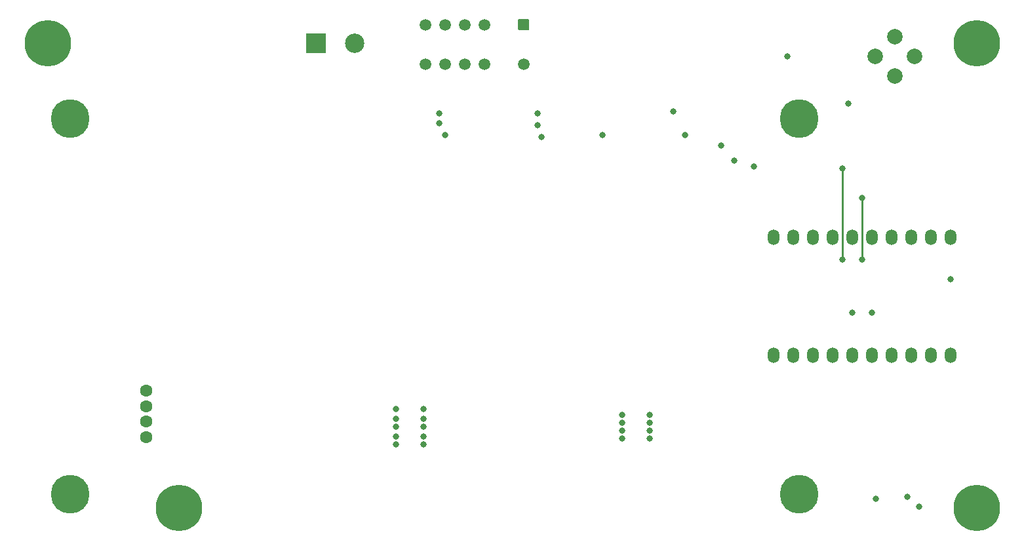
<source format=gbl>
G04 #@! TF.GenerationSoftware,KiCad,Pcbnew,(5.1.10)-1*
G04 #@! TF.CreationDate,2021-10-31T21:23:51-04:00*
G04 #@! TF.ProjectId,Hardware-YurtThermostat,48617264-7761-4726-952d-597572745468,rev?*
G04 #@! TF.SameCoordinates,Original*
G04 #@! TF.FileFunction,Copper,L4,Bot*
G04 #@! TF.FilePolarity,Positive*
%FSLAX46Y46*%
G04 Gerber Fmt 4.6, Leading zero omitted, Abs format (unit mm)*
G04 Created by KiCad (PCBNEW (5.1.10)-1) date 2021-10-31 21:23:51*
%MOMM*%
%LPD*%
G01*
G04 APERTURE LIST*
G04 #@! TA.AperFunction,ComponentPad*
%ADD10C,5.000000*%
G04 #@! TD*
G04 #@! TA.AperFunction,ComponentPad*
%ADD11C,3.400000*%
G04 #@! TD*
G04 #@! TA.AperFunction,ConnectorPad*
%ADD12C,6.000000*%
G04 #@! TD*
G04 #@! TA.AperFunction,ComponentPad*
%ADD13C,1.597660*%
G04 #@! TD*
G04 #@! TA.AperFunction,ComponentPad*
%ADD14R,2.500000X2.500000*%
G04 #@! TD*
G04 #@! TA.AperFunction,ComponentPad*
%ADD15C,2.500000*%
G04 #@! TD*
G04 #@! TA.AperFunction,ComponentPad*
%ADD16C,1.500000*%
G04 #@! TD*
G04 #@! TA.AperFunction,ComponentPad*
%ADD17C,2.000000*%
G04 #@! TD*
G04 #@! TA.AperFunction,ComponentPad*
%ADD18O,1.524000X2.000000*%
G04 #@! TD*
G04 #@! TA.AperFunction,ViaPad*
%ADD19C,0.800000*%
G04 #@! TD*
G04 #@! TA.AperFunction,Conductor*
%ADD20C,0.250000*%
G04 #@! TD*
G04 APERTURE END LIST*
D10*
X97950000Y-113270000D03*
X97950000Y-64730000D03*
X192050000Y-64730000D03*
X192050000Y-113270000D03*
D11*
X215000000Y-115000000D03*
D12*
X215000000Y-115000000D03*
X112000000Y-115000000D03*
D11*
X112000000Y-115000000D03*
X215000000Y-55000000D03*
D12*
X215000000Y-55000000D03*
X95000000Y-55000000D03*
D11*
X95000000Y-55000000D03*
D13*
X107696000Y-105869740D03*
X107696000Y-103868220D03*
X107696000Y-101871780D03*
X107696000Y-99870260D03*
D14*
X129620000Y-55000000D03*
D15*
X134620000Y-55000000D03*
D16*
X156464000Y-57658000D03*
X151384000Y-57658000D03*
X148844000Y-57658000D03*
X146304000Y-57658000D03*
X143764000Y-57658000D03*
X143764000Y-52578000D03*
X146304000Y-52578000D03*
X148844000Y-52578000D03*
X151384000Y-52578000D03*
G04 #@! TA.AperFunction,ComponentPad*
G36*
G01*
X155964500Y-51828000D02*
X156963500Y-51828000D01*
G75*
G02*
X157214000Y-52078500I0J-250500D01*
G01*
X157214000Y-53077500D01*
G75*
G02*
X156963500Y-53328000I-250500J0D01*
G01*
X155964500Y-53328000D01*
G75*
G02*
X155714000Y-53077500I0J250500D01*
G01*
X155714000Y-52078500D01*
G75*
G02*
X155964500Y-51828000I250500J0D01*
G01*
G37*
G04 #@! TD.AperFunction*
D17*
X204450000Y-54100000D03*
X206990000Y-56640000D03*
X201910000Y-56640000D03*
X204450000Y-59180000D03*
D18*
X211594000Y-80021000D03*
X209054000Y-80021000D03*
X206514000Y-80021000D03*
X203974000Y-80021000D03*
X201434000Y-80021000D03*
X198894000Y-80021000D03*
X196354000Y-80021000D03*
X193814000Y-80021000D03*
X191274000Y-80021000D03*
X188734000Y-80021000D03*
X188734000Y-95261000D03*
X191274000Y-95261000D03*
X193814000Y-95261000D03*
X196354000Y-95261000D03*
X198894000Y-95261000D03*
X201434000Y-95261000D03*
X203974000Y-95261000D03*
X206514000Y-95261000D03*
X209054000Y-95261000D03*
X211594000Y-95261000D03*
D19*
X158750000Y-67056000D03*
X146304000Y-66802000D03*
X145542000Y-64008000D03*
X158242000Y-64008000D03*
X139954000Y-104521000D03*
X201930000Y-113792000D03*
X207588000Y-114858000D03*
X198374000Y-62738000D03*
X190500000Y-56642000D03*
X166624000Y-66802000D03*
X175768000Y-63754000D03*
X186182000Y-70866000D03*
X183642000Y-70104000D03*
X143510000Y-104521000D03*
X143510000Y-105791000D03*
X143510000Y-103505000D03*
X139954000Y-105791000D03*
X139954000Y-103505000D03*
X139954000Y-106807000D03*
X139954000Y-102235000D03*
X143510000Y-102235000D03*
X143510000Y-106807000D03*
X145542000Y-65278000D03*
X158242000Y-65532000D03*
X172720000Y-102997000D03*
X172720000Y-105029000D03*
X172720000Y-104013000D03*
X169164000Y-102997000D03*
X169164000Y-104013000D03*
X169164000Y-106045000D03*
X169164000Y-105029000D03*
X172720000Y-106045000D03*
X181991000Y-68199000D03*
X211582000Y-85471000D03*
X198882000Y-89789000D03*
X201422000Y-89789000D03*
X205994000Y-113538000D03*
X177292000Y-66802000D03*
X200152000Y-82931000D03*
X200151996Y-74930000D03*
X197611996Y-82931004D03*
X197612000Y-71120000D03*
D20*
X200152000Y-82931000D02*
X200152000Y-74930004D01*
X200152000Y-74930004D02*
X200151996Y-74930000D01*
X197611996Y-82931004D02*
X197611996Y-71120004D01*
X197611996Y-71120004D02*
X197612000Y-71120000D01*
M02*

</source>
